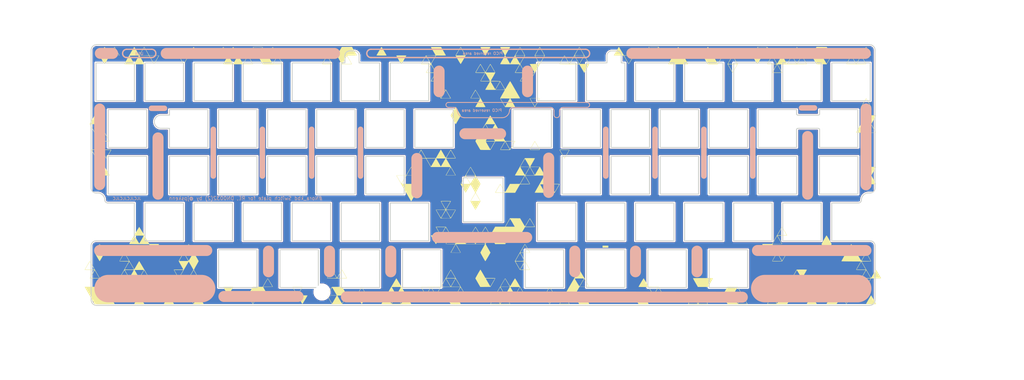
<source format=kicad_pcb>
(kicad_pcb (version 20211014) (generator pcbnew)
  (layers (0 "F.Cu" signal) (31 "B.Cu" signal) (34 "B.Paste" user) (35 "F.Paste" user) (36 "B.SilkS" user "B.Silkscreen") (37 "F.SilkS" user "F.Silkscreen") (38 "B.Mask" user) (39 "F.Mask" user) (44 "Edge.Cuts" user))
  (net 0 "")
  (footprint "locallib:Nora_mask_DN0031" (layer "F.Cu") (at 150.346553 63.599719)
    (fp_text reference "G***" hide)
    (fp_text value "LOGO" hide)
  )
  (footprint "locallib:Nora_silk_DN0031" (layer "F.Cu") (at 157.546553 63.599719)
    (fp_text reference "G***" hide)
    (fp_text value "LOGO" hide)
  )
  (footprint "MountingHole:MountingHole_5.3mm_M5" (layer "F.Cu") (at 98.971553 107.624719)
    (fp_text reference "REF**" hide)
    (fp_text value "MountingHole_5.3mm_M5")
    (pad "" np_thru_hole circle locked (at 0 0) (size 5.3 5.3) (drill 5.3) (layers *.Cu *.Mask))
  )
  (gr_line (start 260.146553 106.379719) (end 293.996553 106.379719) (layer "B.SilkS") (width 10))
  (gr_line (start 211.776553 20.759719) (end 296.776553 20.759719) (layer "B.SilkS") (width 4))
  (gr_line (start 141 87.75) (end 173.5 87.75) (layer "B.SilkS") (width 4))
  (gr_arc (start 146.949583 40.401749) (mid 147.906821 40.798251) (end 148.303323 41.755489) (layer "B.SilkS") (width 0.3))
  (gr_line (start 133.5 59) (end 133.5 71.5) (layer "B.SilkS") (width 4))
  (gr_line (start 145.000588 40.398251) (end 146.949583 40.401749) (layer "B.SilkS") (width 0.3))
  (gr_line (start 101.7 92.75) (end 101.7 100.25) (layer "B.SilkS") (width 4))
  (gr_line (start 173.8 27.2) (end 173.8 34.7) (layer "B.SilkS") (width 4))
  (gr_arc (start 194.9 19.259719) (mid 196.4 20.759719) (end 194.9 22.259719) (layer "B.SilkS") (width 0.5))
  (gr_line (start 181.5 58.86875) (end 181.5 71.36875) (layer "B.SilkS") (width 4))
  (gr_line (start 95.2 48.4) (end 95.2 65.4) (layer "B.SilkS") (width 2))
  (gr_line (start 235.5 92.75) (end 235.5 100.25) (layer "B.SilkS") (width 4))
  (gr_line (start 36.875 40.75) (end 41.625 40.75) (layer "B.SilkS") (width 2))
  (gr_arc (start 36.976553 19.259719) (mid 38.476553 20.759719) (end 36.976553 22.259719) (layer "B.SilkS") (width 0.5))
  (gr_line (start 195.499124 38.6) (end 145.1 38.595013) (layer "B.SilkS") (width 0.3))
  (gr_line (start 275.776553 51.009719) (end 275.776553 72.009719) (layer "B.SilkS") (width 4))
  (gr_line (start 151 50) (end 164 50) (layer "B.SilkS") (width 4))
  (gr_line (start 255.786724 48.4) (end 255.8 65.4) (layer "B.SilkS") (width 2))
  (gr_arc (start 185.44626 41.753731) (mid 185.842762 40.796493) (end 186.8 40.399991) (layer "B.SilkS") (width 0.3))
  (gr_line (start 21.096553 106.379719) (end 55.146553 106.379719) (layer "B.SilkS") (width 10))
  (gr_line (start 79.5 92.75) (end 79.5 100.25) (layer "B.SilkS") (width 4))
  (gr_line (start 18.026553 41.009719) (end 18.026553 68.509719) (layer "B.SilkS") (width 4))
  (gr_line (start 27.876553 22.259719) (end 36.976553 22.259719) (layer "B.SilkS") (width 0.5))
  (gr_line (start 213.1 92.75) (end 213.1 100.25) (layer "B.SilkS") (width 4))
  (gr_arc (start 116.776553 22.259719) (mid 115.276553 20.759719) (end 116.776553 19.259719) (layer "B.SilkS") (width 0.5))
  (gr_arc (start 185.449707 43.149415) (mid 184.45 44.15) (end 183.449707 43.15) (layer "B.SilkS") (width 0.3))
  (gr_line (start 238 48.4) (end 238 65.4) (layer "B.SilkS") (width 2))
  (gr_arc (start 182.087533 40.4) (mid 183.044771 40.796502) (end 183.441273 41.75374) (layer "B.SilkS") (width 0.3))
  (gr_line (start 273.525 40.6) (end 278.275 40.6) (layer "B.SilkS") (width 2))
  (gr_arc (start 145.000588 40.398251) (mid 144.107541 39.444659) (end 145.1 38.595013) (layer "B.SilkS") (width 0.3))
  (gr_line (start 168.555229 40.404927) (end 182.087533 40.4) (layer "B.SilkS") (width 0.3))
  (gr_line (start 90.25 109.25) (end 63.25 109.25) (layer "B.SilkS") (width 4))
  (gr_line (start 183.441273 41.75374) (end 183.449707 43.15) (layer "B.SilkS") (width 0.3))
  (gr_line (start 116.776553 19.259719) (end 194.9 19.259719) (layer "B.SilkS") (width 0.5))
  (gr_line (start 107.846553 109.379719) (end 252 109.5) (layer "B.SilkS") (width 4))
  (gr_line (start 59.4 48.4) (end 59.4 65.4) (layer "B.SilkS") (width 2))
  (gr_line (start 77.276553 48.4) (end 77.276553 65.4) (layer "B.SilkS") (width 2))
  (gr_line (start 116.776553 22.259719) (end 194.9 22.259719) (layer "B.SilkS") (width 0.5))
  (gr_line (start 18 92.5) (end 57.025 92.5) (layer "B.SilkS") (width 4))
  (gr_line (start 113 48.4) (end 113 65.4) (layer "B.SilkS") (width 2))
  (gr_line (start 185.449707 43.149415) (end 185.44626 41.753731) (layer "B.SilkS") (width 0.3))
  (gr_line (start 39.276553 51.509719) (end 39.276553 72.009719) (layer "B.SilkS") (width 4))
  (gr_line (start 186.8 40.399991) (end 195.450297 40.40001) (layer "B.SilkS") (width 0.3))
  (gr_line (start 42.25 20.759719) (end 103.526553 20.759719) (layer "B.SilkS") (width 4))
  (gr_line (start 257.5 92.5) (end 297 92.5) (layer "B.SilkS") (width 4))
  (gr_arc (start 27.876553 22.259719) (mid 26.376553 20.759719) (end 27.876553 19.259719) (layer "B.SilkS") (width 0.5))
  (gr_line (start 297.026553 41.009719) (end 297.026553 68.6) (layer "B.SilkS") (width 4))
  (gr_line (start 141.6 27.2) (end 141.6 34.7) (layer "B.SilkS") (width 4))
  (gr_line (start 191 92.75) (end 191 100.25) (layer "B.SilkS") (width 4))
  (gr_line (start 220.2 48.4) (end 220.2 65.4) (layer "B.SilkS") (width 2))
  (gr_arc (start 195.499124 38.6) (mid 196.4 39.525104) (end 195.450297 40.40001) (layer "B.SilkS") (width 0.3))
  (gr_line (start 124 92.75) (end 124 100.25) (layer "B.SilkS") (width 4))
  (gr_arc (start 167.201489 41.758667) (mid 167.597991 40.801429) (end 168.555229 40.404927) (layer "B.SilkS") (width 0.3))
  (gr_line (start 18.263277 20.75) (end 22.736724 20.75) (layer "B.SilkS") (width 4))
  (gr_arc (start 150.703042 44.158386) (mid 149.075418 43.384136) (end 148.303323 41.755489) (layer "B.SilkS") (width 0.3))
  (gr_line (start 202.276553 48.4) (end 202.276553 65.4) (layer "B.SilkS") (width 2))
  (gr_arc (start 167.201489 41.758667) (mid 166.315072 43.486914) (end 164.49252 44.158386) (layer "B.SilkS") (width 0.3))
  (gr_line (start 27.876553 19.259719) (end 36.976553 19.259719) (layer "B.SilkS") (width 0.5))
  (gr_line (start 150.703042 44.158386) (end 164.49252 44.158386) (layer "B.SilkS") (width 0.3))
  (gr_poly (pts (xy 203.146553 91.427219) (xy 201.146553 91.424719) (xy 201.146553 90.799719) (xy 203.146553 90.799719)) (layer "F.SilkS") (width 0.1) (fill solid))
  (gr_poly (pts (xy 253.92217 58.2) (xy 253.92217 71.999926) (xy 239.922216 71.999926) (xy 239.922216 58.2) (xy 253.92217 58.2)) (layer "Edge.Cuts") (width 0.352776) (fill none))
  (gr_poly (pts (xy 102.108152 75.200324) (xy 102.108152 89.000251) (xy 88.108197 89.000251) (xy 88.108197 75.200324) (xy 102.108152 75.200324)) (layer "Edge.Cuts") (width 0.352776) (fill none))
  (gr_poly (pts (xy 30.673301 24.199719) (xy 30.673301 37.999644) (xy 16.673349 37.999644) (xy 16.673349 24.199719) (xy 30.673301 24.199719)) (layer "Edge.Cuts") (width 0.352776) (fill none))
  (gr_poly (pts (xy 186.943944 92.204169) (xy 186.943944 106.003737) (xy 172.94399 106.003737) (xy 172.94399 92.204169) (xy 186.943944 92.204169)) (layer "Edge.Cuts") (width 0.352776) (fill none))
  (gr_poly (pts (xy 236.05718 41.200036) (xy 236.05718 54.99961) (xy 222.057225 54.99961) (xy 222.057225 41.200036) (xy 236.05718 41.200036)) (layer "Edge.Cuts") (width 0.352776) (fill none))
  (gr_poly (pts (xy 227.126622 24.199719) (xy 227.126622 37.999644) (xy 213.126683 37.999644) (xy 213.126683 24.199719) (xy 227.126622 24.199719)) (layer "Edge.Cuts") (width 0.352776) (fill none))
  (gr_poly (pts (xy 298.563939 24.199719) (xy 298.563939 37.999644) (xy 284.56397 37.999644) (xy 284.56397 24.199719) (xy 298.563939 24.199719)) (layer "Edge.Cuts") (width 0.352776) (fill none))
  (gr_poly (pts (xy 262.8467 24.199719) (xy 262.8467 37.999644) (xy 248.846761 37.999644) (xy 248.846761 24.199719) (xy 262.8467 24.199719)) (layer "Edge.Cuts") (width 0.352776) (fill none))
  (gr_poly (pts (xy 111.038701 58.2) (xy 111.038701 71.999926) (xy 97.038747 71.999926) (xy 97.038747 58.2) (xy 111.038701 58.2)) (layer "Edge.Cuts") (width 0.352776) (fill none))
  (gr_poly (pts (xy 209.267995 92.204169) (xy 209.267995 106.003737) (xy 195.268056 106.003737) (xy 195.268056 92.204169) (xy 209.267995 92.204169)) (layer "Edge.Cuts") (width 0.352776) (fill none))
  (gr_poly (pts (xy 75.321447 92.202399) (xy 75.321447 106.001975) (xy 61.321496 106.001975) (xy 61.321496 92.202399) (xy 75.321447 92.202399)) (layer "Edge.Cuts") (width 0.352776) (fill none))
  (gr_poly (pts (xy 35.141221 58.2) (xy 35.141221 71.999926) (xy 21.141269 71.999926) (xy 21.141269 58.2) (xy 35.141221 58.2)) (layer "Edge.Cuts") (width 0.352776) (fill none))
  (gr_poly (pts (xy 75.321447 58.2) (xy 75.321447 71.999926) (xy 61.321496 71.999926) (xy 61.321496 58.2) (xy 75.321447 58.2)) (layer "Edge.Cuts") (width 0.352776) (fill none))
  (gr_poly (pts (xy 137.828222 75.200324) (xy 137.828222 89.000251) (xy 123.828267 89.000251) (xy 123.828267 75.200324) (xy 137.828222 75.200324)) (layer "Edge.Cuts") (width 0.352776) (fill none))
  (gr_poly (pts (xy 191.409383 24.199719) (xy 191.409383 37.999644) (xy 177.409429 37.999644) (xy 177.409429 24.199719) (xy 191.409383 24.199719)) (layer "Edge.Cuts") (width 0.352776) (fill none))
  (gr_poly (pts (xy 102.110608 24.199719) (xy 102.110608 37.999644) (xy 88.110669 37.999644) (xy 88.110669 24.199719) (xy 102.110608 24.199719)) (layer "Edge.Cuts") (width 0.352776) (fill none))
  (gr_poly (pts (xy 218.196096 58.2) (xy 218.196096 71.999926) (xy 204.196126 71.999926) (xy 204.196126 58.2) (xy 218.196096 58.2)) (layer "Edge.Cuts") (width 0.352776) (fill none))
  (gr_poly (pts (xy 40.319633 48.038619) (xy 40.196199 48.035493) (xy 40.074376 48.026216) (xy 39.954315 48.010939) (xy 39.836167 47.989814) (xy 39.720084 47.962991) (xy 39.606217 47.930623) (xy 39.494718 47.892861) (xy 39.385737 47.849855) (xy 39.279427 47.801758) (xy 39.175938 47.748721) (xy 39.075421 47.690894) (xy 38.978029 47.62843) (xy 38.883913 47.56148) (xy 38.793223 47.490195) (xy 38.706112 47.414726) (xy 38.62273 47.335225) (xy 38.543229 47.251843) (xy 38.46776 47.164732) (xy 38.396475 47.074042) (xy 38.329525 46.979925) (xy 38.267061 46.882533) (xy 38.209235 46.782017) (xy 38.156197 46.678528) (xy 38.1081 46.572218) (xy 38.065095 46.463237) (xy 38.027333 46.351738) (xy 37.994965 46.237871) (xy 37.968143 46.121788) (xy 37.947017 46.003641) (xy 37.931741 45.88358) (xy 37.922464 45.761757) (xy 37.919338 45.638324) (xy 37.922464 45.514922) (xy 37.931741 45.393129) (xy 37.947017 45.273097) (xy 37.968143 45.154975) (xy 37.994965 45.038917) (xy 38.027333 44.925073) (xy 38.065095 44.813595) (xy 38.1081 44.704634) (xy 38.156197 44.598341) (xy 38.209235 44.494869) (xy 38.267061 44.394368) (xy 38.329525 44.296989) (xy 38.396475 44.202885) (xy 38.46776 44.112207) (xy 38.543229 44.025105) (xy 38.62273 43.941732) (xy 38.706112 43.862239) (xy 38.793223 43.786777) (xy 38.883913 43.715498) (xy 38.978029 43.648552) (xy 39.075421 43.586093) (xy 39.175938 43.52827) (xy 39.279427 43.475236) (xy 39.385737 43.427141) (xy 39.494718 43.384137) (xy 39.606217 43.346376) (xy 39.720084 43.314009) (xy 39.836167 43.287188) (xy 39.954315 43.266063) (xy 40.074376 43.250786) (xy 40.196199 43.241509) (xy 40.319633 43.238383) (xy 43.431123 43.238383) (xy 43.431123 41.200036) (xy 57.443067 41.200036) (xy 57.443067 54.99961) (xy 43.431123 54.99961) (xy 43.431123 48.038619) (xy 40.319633 48.038619)) (layer "Edge.Cuts") (width 0.352776) (fill none))
  (gr_poly (pts (xy 294.08933 58.2) (xy 294.08933 71.999926) (xy 280.089391 71.999926) (xy 280.089391 58.2) (xy 294.08933 58.2)) (layer "Edge.Cuts") (width 0.352776) (fill none))
  (gr_poly (pts (xy 97.642698 92.202399) (xy 97.642698 106.001975) (xy 83.642751 106.001975) (xy 83.642751 92.202399) (xy 97.642698 92.202399)) (layer "Edge.Cuts") (width 0.352776) (fill none))
  (gr_poly (pts (xy 142.298604 92.204169) (xy 142.298604 106.003737) (xy 128.298658 106.003737) (xy 128.298658 92.204169) (xy 142.298604 92.204169)) (layer "Edge.Cuts") (width 0.352776) (fill none))
  (gr_poly (pts (xy 75.321447 41.200036) (xy 75.321447 54.99961) (xy 61.321496 54.99961) (xy 61.321496 41.200036) (xy 75.321447 41.200036)) (layer "Edge.Cuts") (width 0.352776) (fill none))
  (gr_poly (pts (xy 84.251996 24.199719) (xy 84.251996 37.999644) (xy 70.252046 37.999644) (xy 70.252046 24.199719) (xy 84.251996 24.199719)) (layer "Edge.Cuts") (width 0.352776) (fill none))
  (gr_poly (pts (xy 227.124166 75.200324) (xy 227.124166 89.000251) (xy 213.124227 89.000251) (xy 213.124227 75.200324) (xy 227.124166 75.200324)) (layer "Edge.Cuts") (width 0.352776) (fill none))
  (gr_poly (pts (xy 280.705327 24.199719) (xy 280.705327 37.999644) (xy 266.705358 37.999644) (xy 266.705358 24.199719) (xy 280.705327 24.199719)) (layer "Edge.Cuts") (width 0.352776) (fill none))
  (gr_poly (pts (xy 93.180066 41.200036) (xy 93.180066 54.99961) (xy 79.180127 54.99961) (xy 79.180127 41.200036) (xy 93.180066 41.200036)) (layer "Edge.Cuts") (width 0.352776) (fill none))
  (gr_poly (pts (xy 93.180066 58.2) (xy 93.180066 71.999926) (xy 79.180127 71.999926) (xy 79.180127 58.2) (xy 93.180066 58.2)) (layer "Edge.Cuts") (width 0.352776) (fill none))
  (gr_poly (pts (xy 262.851629 75.200324) (xy 262.851629 89.000251) (xy 248.851674 89.000251) (xy 248.851674 75.200324) (xy 262.851629 75.200324)) (layer "Edge.Cuts") (width 0.352776) (fill none))
  (gr_poly (pts (xy 48.534745 24.199719) (xy 48.534745 37.999644) (xy 34.534795 37.999644) (xy 34.534795 24.199719) (xy 48.534745 24.199719)) (layer "Edge.Cuts") (width 0.352776) (fill none))
  (gr_poly (pts (xy 84.249524 75.200324) (xy 84.249524 89.000251) (xy 70.249574 89.000251) (xy 70.249574 75.200324) (xy 84.249524 75.200324)) (layer "Edge.Cuts") (width 0.352776) (fill none))
  (gr_poly (pts (xy 271.781133 58.2) (xy 271.781133 71.999926) (xy 257.781179 71.999926) (xy 257.781179 58.2) (xy 271.781133 58.2)) (layer "Edge.Cuts") (width 0.352776) (fill none))
  (gr_poly (pts (xy 20.977226 75.200324) (xy 20.92138 75.198912) (xy 20.866267 75.194722) (xy 20.811956 75.187822) (xy 20.758515 75.17828) (xy 20.706013 75.166164) (xy 20.654516 75.151543) (xy 20.604094 75.134484) (xy 20.554815 75.115056) (xy 20.506746 75.093327) (xy 20.459957 75.069365) (xy 20.414514 75.043238) (xy 20.370487 75.015014) (xy 20.327943 74.984762) (xy 20.286951 74.952549) (xy 20.247578 74.918444) (xy 20.209893 74.882515) (xy 20.173964 74.84483) (xy 20.139859 74.805457) (xy 20.107646 74.764465) (xy 20.077394 74.721921) (xy 20.04917 74.677893) (xy 20.023043 74.632451) (xy 19.999081 74.585661) (xy 19.977352 74.537592) (xy 19.957924 74.488313) (xy 19.940865 74.437891) (xy 19.926244 74.386394) (xy 19.914128 74.333892) (xy 19.904586 74.280451) (xy 19.897686 74.22614) (xy 19.893496 74.171027) (xy 19.892084 74.11518) (xy 19.892084 74.11447) (xy 19.888928 73.987242) (xy 19.879517 73.860885) (xy 19.863937 73.735609) (xy 19.842277 73.611627) (xy 19.814622 73.489147) (xy 19.781059 73.36838) (xy 19.741676 73.249536) (xy 19.696558 73.132826) (xy 19.645793 73.01846) (xy 19.589468 72.906649) (xy 19.52767 72.797602) (xy 19.460485 72.69153) (xy 19.387999 72.588644) (xy 19.310301 72.489153) (xy 19.227477 72.393268) (xy 19.139612 72.3012) (xy 19.04735 72.213537) (xy 18.95128 72.130923) (xy 18.851614 72.053442) (xy 18.748565 71.98118) (xy 18.642342 71.914226) (xy 18.533158 71.852663) (xy 18.421223 71.79658) (xy 18.30675 71.746061) (xy 18.189949 71.701194) (xy 18.071032 71.662064) (xy 17.950211 71.628759) (xy 17.827696 71.601363) (xy 17.703698 71.579964) (xy 17.57843 71.564647) (xy 17.452103 71.5555) (xy 17.324928 71.552607) (xy 16.698044 71.553664) (xy 16.610512 71.551686) (xy 16.523563 71.545395) (xy 16.437343 71.53485) (xy 16.351997 71.520113) (xy 16.26767 71.501244) (xy 16.184507 71.478304) (xy 16.102654 71.451352) (xy 16.022255 71.42045) (xy 15.943456 71.385657) (xy 15.866403 71.347035) (xy 15.79124 71.304643) (xy 15.718112 71.258542) (xy 15.647165 71.208793) (xy 15.578544 71.155456) (xy 15.512394 71.098592) (xy 15.44886 71.03826) (xy 15.388396 70.974854) (xy 15.331399 70.908823) (xy 15.277928 70.840311) (xy 15.228044 70.769464) (xy 15.181806 70.696426) (xy 15.139274 70.621342) (xy 15.100508 70.544356) (xy 15.065568 70.465613) (xy 15.034515 70.385258) (xy 15.007407 70.303435) (xy 14.984306 70.220289) (xy 14.96527 70.135966) (xy 14.95036 70.050609) (xy 14.939636 69.964362) (xy 14.933157 69.877372) (xy 14.930984 69.789782) (xy 14.932042 19.575167) (xy 14.93804 19.418181) (xy 14.956031 19.261901) (xy 14.987075 19.108091) (xy 15.029056 18.956043) (xy 15.084089 18.808935) (xy 15.149 18.667119) (xy 15.225905 18.529889) (xy 15.313041 18.399009) (xy 15.411113 18.275889) (xy 15.516947 18.160179) (xy 15.633009 18.053993) (xy 15.756129 17.955921) (xy 15.887009 17.869138) (xy 16.023887 17.79188) (xy 16.166056 17.726969) (xy 16.313164 17.671935) (xy 16.464858 17.629955) (xy 16.619021 17.598911) (xy 16.774949 17.580919) (xy 16.931934 17.573863) (xy 298.306432 17.574921) (xy 298.462346 17.580919) (xy 298.618291 17.598911) (xy 298.772435 17.629955) (xy 298.925206 17.671935) (xy 299.071264 17.726969) (xy 299.213414 17.79188) (xy 299.350286 17.869138) (xy 299.481176 17.955921) (xy 299.604284 18.053993) (xy 299.720372 18.160179) (xy 299.826177 18.275889) (xy 299.925328 18.399009) (xy 300.011388 18.529889) (xy 300.088292 18.667119) (xy 300.153203 18.808935) (xy 300.208257 18.956043) (xy 300.250249 19.108091) (xy 300.281286 19.261901) (xy 300.300328 19.418181) (xy 300.30631 19.575167) (xy 300.30631 69.789428) (xy 300.304141 69.876952) (xy 300.297675 69.963878) (xy 300.286969 70.05006) (xy 300.272085 70.135355) (xy 300.253082 70.219619) (xy 300.230018 70.302706) (xy 300.202954 70.384474) (xy 300.171949 70.464778) (xy 300.137062 70.543473) (xy 300.098352 70.620416) (xy 300.05588 70.695463) (xy 300.009705 70.768468) (xy 299.959886 70.839289) (xy 299.906482 70.907781) (xy 299.849553 70.973799) (xy 299.789159 71.0372) (xy 299.725749 71.097532) (xy 299.659715 71.154397) (xy 299.591203 71.207737) (xy 299.520358 71.257493) (xy 299.447324 71.303604) (xy 299.372248 71.346012) (xy 299.295273 71.384656) (xy 299.216546 71.419478) (xy 299.136212 71.450418) (xy 299.054415 71.477417) (xy 298.9713 71.500416) (xy 298.887014 71.519354) (xy 298.801701 71.534172) (xy 298.715506 71.544812) (xy 298.628574 71.551213) (xy 298.541051 71.553317) (xy 297.910253 71.552607) (xy 297.783087 71.55576) (xy 297.656784 71.565158) (xy 297.531554 71.580715) (xy 297.407606 71.602343) (xy 297.285151 71.629956) (xy 297.164398 71.663465) (xy 297.045557 71.702784) (xy 296.928838 71.747825) (xy 296.814451 71.7985) (xy 296.702605 71.854723) (xy 296.593511 71.916406) (xy 296.487377 71.983462) (xy 296.384415 72.055804) (xy 296.284834 72.133344) (xy 296.188844 72.215994) (xy 296.096654 72.303668) (xy 296.008975 72.395861) (xy 295.926319 72.491854) (xy 295.848775 72.591438) (xy 295.77643 72.694403) (xy 295.70937 72.800538) (xy 295.647684 72.909634) (xy 295.591458 73.021482) (xy 295.54078 73.135871) (xy 295.495738 73.252591) (xy 295.456417 73.371433) (xy 295.422907 73.492187) (xy 295.395293 73.614644) (xy 295.373664 73.738592) (xy 295.358106 73.863823) (xy 295.348708 73.990127) (xy 295.345556 74.117293) (xy 295.345556 74.121882) (xy 295.34423 74.175371) (xy 295.340279 74.228491) (xy 295.333738 74.281155) (xy 295.324643 74.333277) (xy 295.313031 74.384768) (xy 295.298937 74.435542) (xy 295.282397 74.48551) (xy 295.263448 74.534586) (xy 295.242126 74.582683) (xy 295.218467 74.629712) (xy 295.192506 74.675586) (xy 295.164281 74.720219) (xy 295.133827 74.763523) (xy 295.101181 74.80541) (xy 295.066378 74.845793) (xy 295.029454 74.884585) (xy 294.990728 74.921442) (xy 294.950403 74.956188) (xy 294.908566 74.988784) (xy 294.865305 75.019196) (xy 294.820709 75.047386) (xy 294.774865 75.073317) (xy 294.72786 75.096952) (xy 294.679784 75.118256) (xy 294.630724 75.137191) (xy 294.580767 75.15372) (xy 294.530002 75.167807) (xy 294.478516 75.179415) (xy 294.426397 75.188508) (xy 294.373734 75.195048) (xy 294.320614 75.198999) (xy 294.267125 75.200324) (xy 284.542485 75.200324) (xy 284.542485 89.000251) (xy 298.542424 89.000251) (xy 298.62989 89.002415) (xy 298.716763 89.00887) (xy 298.802899 89.019556) (xy 298.888154 89.034414) (xy 298.972383 89.053386) (xy 299.055441 89.076412) (xy 299.137185 89.103433) (xy 299.217469 89.134392) (xy 299.29615 89.169228) (xy 299.373082 89.207883) (xy 299.44812 89.250298) (xy 299.521122 89.296415) (xy 299.591941 89.346174) (xy 299.660434 89.399516) (xy 299.726455 89.456383) (xy 299.789861 89.516715) (xy 299.850132 89.580116) (xy 299.906952 89.646134) (xy 299.960262 89.714623) (xy 300.010001 89.785441) (xy 300.056108 89.858441) (xy 300.098524 89.93348) (xy 300.137187 90.010412) (xy 300.172036 90.089093) (xy 300.203013 90.169378) (xy 300.230055 90.251123) (xy 300.253103 90.334182) (xy 300.272096 90.418411) (xy 300.286974 90.503666) (xy 300.297676 90.589802) (xy 300.304141 90.676673) (xy 300.30631 90.764136) (xy 300.30631 110.501639) (xy 300.300328 110.656859) (xy 300.281286 110.812796) (xy 300.250249 110.966956) (xy 300.208257 111.118659) (xy 300.153203 111.266814) (xy 300.088292 111.40792) (xy 300.011388 111.544799) (xy 299.925328 111.675689) (xy 299.826177 111.799872) (xy 299.720372 111.915923) (xy 299.604284 112.020697) (xy 299.481176 112.118773) (xy 299.350286 112.205909) (xy 299.213414 112.282813) (xy 299.071264 112.347724) (xy 298.925206 112.403815) (xy 298.772435 112.4458) (xy 298.618291 112.475783) (xy 298.462346 112.493773) (xy 298.306432 112.49977) (xy 16.931934 112.501891) (xy 16.774949 112.493773) (xy 16.619021 112.475783) (xy 16.464858 112.4458) (xy 16.313164 112.403815) (xy 16.166056 112.347724) (xy 16.023887 112.282813) (xy 15.887009 112.205909) (xy 15.756129 112.118773) (xy 15.633009 112.020697) (xy 15.516947 111.915923) (xy 15.411113 111.799872) (xy 15.313041 111.675689) (xy 15.225905 111.544799) (xy 15.149 111.40792) (xy 15.084089 111.266814) (xy 15.029056 111.118659) (xy 14.987075 110.966956) (xy 14.956031 110.812796) (xy 14.93804 110.656859) (xy 14.930984 110.501639) (xy 14.930984 90.764136) (xy 14.933153 90.676673) (xy 14.939619 90.589802) (xy 14.950322 90.503666) (xy 14.965203 90.418411) (xy 14.984202 90.334182) (xy 15.007258 90.251123) (xy 15.034312 90.169378) (xy 15.065304 90.089093) (xy 15.100173 90.010412) (xy 15.13886 89.93348) (xy 15.181305 89.858441) (xy 15.227449 89.785441) (xy 15.27723 89.714623) (xy 15.330589 89.646134) (xy 15.387466 89.580116) (xy 15.447802 89.516715) (xy 15.511141 89.456383) (xy 15.577105 89.399516) (xy 15.645548 89.346174) (xy 15.716326 89.296415) (xy 15.789292 89.250298) (xy 15.864303 89.207883) (xy 15.941211 89.169228) (xy 16.019874 89.134392) (xy 16.100144 89.103433) (xy 16.181878 89.076412) (xy 16.264929 89.053386) (xy 16.349152 89.034414) (xy 16.434403 89.019556) (xy 16.520536 89.00887) (xy 16.607407 89.002415) (xy 16.694868 89.000251) (xy 30.642961 89.000251) (xy 30.642961 75.200324) (xy 20.977226 75.200324)) (layer "Edge.Cuts") (width 0.352776) (fill none))
  (gr_poly (pts (xy 280.710271 75.200324) (xy 280.710271 89.000251) (xy 266.710332 89.000251) (xy 266.710332 75.200324) (xy 280.710271 75.200324)) (layer "Edge.Cuts") (width 0.352776) (fill none))
  (gr_poly (pts (xy 35.141221 41.200036) (xy 35.141221 54.99961) (xy 21.141269 54.99961) (xy 21.141269 41.200036) (xy 35.141221 41.200036)) (layer "Edge.Cuts") (width 0.352776) (fill none))
  (gr_poly (pts (xy 253.92217 41.200036) (xy 253.92217 54.99961) (xy 239.922216 54.99961) (xy 239.922216 41.200036) (xy 253.92217 41.200036)) (layer "Edge.Cuts") (width 0.352776) (fill none))
  (gr_poly (pts (xy 271.730321 42.920884) (xy 271.730824 42.928777) (xy 271.732297 42.936647) (xy 271.734687 42.944489) (xy 271.737941 42.952301) (xy 271.742006 42.960079) (xy 271.746829 42.967819) (xy 271.752357 42.975519) (xy 271.758538 42.983176) (xy 271.765317 42.990785) (xy 271.772642 42.998345) (xy 271.788717 43.013299) (xy 271.80634 43.028012) (xy 271.825086 43.042458) (xy 271.844531 43.056611) (xy 271.86425 43.070444) (xy 271.902815 43.097045) (xy 271.920813 43.10976) (xy 271.937388 43.122049) (xy 271.952116 43.133887) (xy 271.964574 43.145247) (xy 271.975999 43.156119) (xy 271.987893 43.166367) (xy 272.000231 43.175982) (xy 272.012987 43.184953) (xy 272.026136 43.193268) (xy 272.039651 43.200917) (xy 272.053507 43.207889) (xy 272.067678 43.214173) (xy 272.082137 43.219759) (xy 272.09686 43.224635) (xy 272.11182 43.228791) (xy 272.126992 43.232215) (xy 272.142349 43.234897) (xy 272.157865 43.236827) (xy 272.173516 43.237992) (xy 272.189275 43.238383) (xy 279.671697 43.238383) (xy 279.687402 43.237992) (xy 279.703004 43.236827) (xy 279.718479 43.234897) (xy 279.733799 43.232215) (xy 279.748939 43.228791) (xy 279.763872 43.224635) (xy 279.778571 43.219759) (xy 279.793012 43.214173) (xy 279.807167 43.207889) (xy 279.821011 43.200917) (xy 279.834517 43.193268) (xy 279.847658 43.184953) (xy 279.86041 43.175982) (xy 279.872745 43.166367) (xy 279.884638 43.156119) (xy 279.896062 43.145247) (xy 279.908514 43.133887) (xy 279.923238 43.122049) (xy 279.939809 43.10976) (xy 279.957803 43.097045) (xy 279.996363 43.070444) (xy 280.035524 43.042458) (xy 280.054268 43.028012) (xy 280.07189 43.013299) (xy 280.087965 42.998345) (xy 280.102069 42.983176) (xy 280.108249 42.975519) (xy 280.113777 42.967819) (xy 280.1186 42.960079) (xy 280.122665 42.952301) (xy 280.125919 42.944489) (xy 280.128309 42.936647) (xy 280.129782 42.928777) (xy 280.130285 42.920884) (xy 280.130285 41.200036) (xy 294.042424 41.200036) (xy 294.042424 54.99961) (xy 280.130285 54.99961) (xy 280.130285 48.370227) (xy 280.129778 48.362002) (xy 280.128293 48.353799) (xy 280.125882 48.345621) (xy 280.1226 48.337473) (xy 280.118498 48.329358) (xy 280.113631 48.321279) (xy 280.108051 48.31324) (xy 280.101811 48.305245) (xy 280.094964 48.297296) (xy 280.087564 48.289399) (xy 280.071316 48.273769) (xy 280.05349 48.258384) (xy 280.034513 48.243273) (xy 280.014808 48.228463) (xy 279.9948 48.213983) (xy 279.955576 48.186128) (xy 279.937209 48.17281) (xy 279.920239 48.159935) (xy 279.90509 48.147532) (xy 279.892186 48.13563) (xy 279.880222 48.124309) (xy 279.867773 48.113635) (xy 279.854866 48.103621) (xy 279.841528 48.094277) (xy 279.827786 48.085616) (xy 279.813665 48.077649) (xy 279.799194 48.070386) (xy 279.784398 48.06384) (xy 279.769305 48.058022) (xy 279.753941 48.052942) (xy 279.738333 48.048613) (xy 279.722508 48.045045) (xy 279.706492 48.042251) (xy 279.690312 48.040241) (xy 279.673995 48.039026) (xy 279.657567 48.038619) (xy 272.203405 48.038619) (xy 272.186918 48.039026) (xy 272.170549 48.040241) (xy 272.154324 48.042251) (xy 272.138272 48.045045) (xy 272.122417 48.048613) (xy 272.106788 48.052942) (xy 272.091412 48.058022) (xy 272.076314 48.06384) (xy 272.061523 48.070386) (xy 272.047065 48.077649) (xy 272.032966 48.085616) (xy 272.019255 48.094277) (xy 272.005957 48.103621) (xy 271.9931 48.113635) (xy 271.980711 48.124309) (xy 271.968816 48.13563) (xy 271.955848 48.147532) (xy 271.940641 48.159935) (xy 271.90521 48.186128) (xy 271.865916 48.213983) (xy 271.826154 48.243273) (xy 271.807159 48.258384) (xy 271.789319 48.273769) (xy 271.77306 48.289399) (xy 271.758806 48.305245) (xy 271.752563 48.31324) (xy 271.74698 48.321279) (xy 271.742111 48.329358) (xy 271.738008 48.337473) (xy 271.734725 48.345621) (xy 271.732314 48.353799) (xy 271.730828 48.362002) (xy 271.730321 48.370227) (xy 271.730321 54.99961) (xy 257.742376 54.99961) (xy 257.742376 41.200036) (xy 271.730321 41.200036) (xy 271.730321 42.920884)) (layer "Edge.Cuts") (width 0.352776) (fill none))
  (gr_poly (pts (xy 200.337453 41.200036) (xy 200.337453 54.99961) (xy 186.337529 54.99961) (xy 186.337529 41.200036) (xy 200.337453 41.200036)) (layer "Edge.Cuts") (width 0.352776) (fill none))
  (gr_poly (pts (xy 48.526986 75.200324) (xy 48.526986 89.000251) (xy 34.527034 89.000251) (xy 34.527034 75.200324) (xy 48.526986 75.200324)) (layer "Edge.Cuts") (width 0.352776) (fill none))
  (gr_poly (pts (xy 137.830693 24.199719) (xy 137.830693 37.999644) (xy 123.830732 37.999644) (xy 123.830732 24.199719) (xy 137.830693 24.199719)) (layer "Edge.Cuts") (width 0.352776) (fill none))
  (gr_poly (pts (xy 209.265554 75.200324) (xy 209.265554 89.000251) (xy 195.265599 89.000251) (xy 195.265599 75.200324) (xy 209.265554 75.200324)) (layer "Edge.Cuts") (width 0.352776) (fill none))
  (gr_poly (pts (xy 244.987722 24.199719) (xy 244.987722 37.999644) (xy 230.985311 37.999644) (xy 230.985311 24.199719) (xy 244.987722 24.199719)) (layer "Edge.Cuts") (width 0.352776) (fill none))
  (gr_poly (pts (xy 231.597036 92.205932) (xy 231.597036 106.0055) (xy 217.597066 106.0055) (xy 217.597066 92.205932) (xy 231.597036 92.205932)) (layer "Edge.Cuts") (width 0.352776) (fill none))
  (gr_poly (pts (xy 119.942785 24.199719) (xy 119.942785 37.999644) (xy 105.94283 37.999644) (xy 105.94283 24.199719) (xy 107.305967 24.199719) (xy 107.305967 21.589876) (xy 107.308328 21.49912) (xy 107.315335 21.409554) (xy 107.326876 21.321288) (xy 107.342834 21.234434) (xy 107.363098 21.149103) (xy 107.387552 21.065406) (xy 107.416082 20.983453) (xy 107.448576 20.903355) (xy 107.484918 20.825224) (xy 107.524995 20.74917) (xy 107.568694 20.675304) (xy 107.615899 20.603737) (xy 107.666497 20.53458) (xy 107.720375 20.467943) (xy 107.777417 20.403939) (xy 107.837511 20.342677) (xy 107.900543 20.284269) (xy 107.966397 20.228825) (xy 108.034961 20.176457) (xy 108.106121 20.127274) (xy 108.179762 20.08139) (xy 108.25577 20.038913) (xy 108.334033 19.999955) (xy 108.414435 19.964627) (xy 108.496862 19.93304) (xy 108.581202 19.905305) (xy 108.667339 19.881532) (xy 108.755161 19.861833) (xy 108.844552 19.846319) (xy 108.9354 19.8351) (xy 109.027589 19.828287) (xy 109.121007 19.825992) (xy 110.673215 19.825992) (xy 110.766601 19.828287) (xy 110.858764 19.8351) (xy 110.949587 19.846319) (xy 111.038959 19.861833) (xy 111.126764 19.881532) (xy 111.212888 19.905305) (xy 111.297217 19.93304) (xy 111.379638 19.964627) (xy 111.460035 19.999955) (xy 111.538295 20.038913) (xy 111.614304 20.08139) (xy 111.687947 20.127274) (xy 111.75911 20.176457) (xy 111.827679 20.228825) (xy 111.893541 20.284269) (xy 111.95658 20.342677) (xy 112.016684 20.403939) (xy 112.073736 20.467943) (xy 112.127625 20.53458) (xy 112.178234 20.603737) (xy 112.225451 20.675304) (xy 112.269161 20.74917) (xy 112.309249 20.825224) (xy 112.345603 20.903355) (xy 112.378106 20.983453) (xy 112.406647 21.065406) (xy 112.43111 21.149103) (xy 112.451381 21.234434) (xy 112.467346 21.321288) (xy 112.47889 21.409554) (xy 112.485901 21.49912) (xy 112.488263 21.589876) (xy 112.488263 24.199719) (xy 119.942785 24.199719)) (layer "Edge.Cuts") (width 0.352776) (fill none))
  (gr_poly (pts (xy 244.982793 75.200324) (xy 244.982793 89.000251) (xy 230.980352 89.000251) (xy 230.980352 75.200324) (xy 244.982793 75.200324)) (layer "Edge.Cuts") (width 0.352776) (fill none))
  (gr_poly (pts (xy 66.393369 24.199719) (xy 66.393369 37.999644) (xy 52.393422 37.999644) (xy 52.393422 24.199719) (xy 66.393369 24.199719)) (layer "Edge.Cuts") (width 0.352776) (fill none))
  (gr_poly (pts (xy 128.900151 58.2) (xy 128.900151 71.999926) (xy 114.900197 71.999926) (xy 114.900197 58.2) (xy 128.900151 58.2)) (layer "Edge.Cuts") (width 0.352776) (fill none))
  (gr_poly (pts (xy 182.47849 41.200036) (xy 182.47849 54.99961) (xy 168.476064 54.99961) (xy 168.476064 41.200036) (xy 182.47849 41.200036)) (layer "Edge.Cuts") (width 0.352776) (fill none))
  (gr_poly (pts (xy 200.337453 58.2) (xy 200.337453 71.999926) (xy 186.337529 71.999926) (xy 186.337529 58.2) (xy 200.337453 58.2)) (layer "Edge.Cuts") (width 0.352776) (fill none))
  (gr_poly (pts (xy 128.900151 41.200036) (xy 128.900151 54.99961) (xy 114.900197 54.99961) (xy 114.900197 41.200036) (xy 128.900151 41.200036)) (layer "Edge.Cuts") (width 0.352776) (fill none))
  (gr_poly (pts (xy 253.913335 92.204169) (xy 253.913335 106.003737) (xy 239.913381 106.003737) (xy 239.913381 92.204169) (xy 253.913335 92.204169)) (layer "Edge.Cuts") (width 0.352776) (fill none))
  (gr_poly (pts (xy 119.964299 92.202399) (xy 119.964299 106.001975) (xy 105.96436 106.001975) (xy 105.96436 92.202399) (xy 119.964299 92.202399)) (layer "Edge.Cuts") (width 0.352776) (fill none))
  (gr_poly (pts (xy 119.966779 75.200324) (xy 119.966779 89.000251) (xy 105.966817 89.000251) (xy 105.966817 75.200324) (xy 119.966779 75.200324)) (layer "Edge.Cuts") (width 0.352776) (fill none))
  (gr_poly (pts (xy 66.390897 75.200324) (xy 66.390897 89.000251) (xy 52.39095 89.000251) (xy 52.39095 75.200324) (xy 66.390897 75.200324)) (layer "Edge.Cuts") (width 0.352776) (fill none))
  (gr_poly (pts (xy 164.893621 82.111922) (xy 164.893621 66.011889) (xy 150.393789 66.011889) (xy 150.393789 82.111922) (xy 164.893621 82.111922)) (layer "Edge.Cuts") (width 0.352776) (fill none))
  (gr_poly (pts (xy 236.05718 58.2) (xy 236.05718 71.999926) (xy 222.057225 71.999926) (xy 222.057225 58.2) (xy 236.05718 58.2)) (layer "Edge.Cuts") (width 0.352776) (fill none))
  (gr_poly (pts (xy 111.038701 41.200036) (xy 111.038701 54.99961) (xy 97.038747 54.99961) (xy 97.038747 41.200036) (xy 111.038701 41.200036)) (layer "Edge.Cuts") (width 0.352776) (fill none))
  (gr_poly (pts (xy 57.462823 58.2) (xy 57.462823 71.999926) (xy 43.462873 71.999926) (xy 43.462873 58.2) (xy 57.462823 58.2)) (layer "Edge.Cuts") (width 0.352776) (fill none))
  (gr_poly (pts (xy 218.196096 41.200036) (xy 218.196096 54.99961) (xy 204.196126 54.99961) (xy 204.196126 41.200036) (xy 218.196096 41.200036)) (layer "Edge.Cuts") (width 0.352776) (fill none))
  (gr_poly (pts (xy 209.24262 24.199719) (xy 209.24262 37.999644) (xy 195.242666 37.999644) (xy 195.242666 24.199719) (xy 202.708135 24.199719) (xy 202.708135 21.589876) (xy 202.710365 21.502414) (xy 202.717015 21.415544) (xy 202.728023 21.329411) (xy 202.743328 21.24416) (xy 202.762868 21.159936) (xy 202.786581 21.076885) (xy 202.814407 20.995151) (xy 202.846284 20.914881) (xy 202.88215 20.836219) (xy 202.921944 20.75931) (xy 202.965605 20.684299) (xy 203.01307 20.611333) (xy 203.064279 20.540556) (xy 203.119169 20.472112) (xy 203.177681 20.406149) (xy 203.239751 20.34281) (xy 203.304981 20.282474) (xy 203.372905 20.225596) (xy 203.443375 20.172237) (xy 203.516241 20.122456) (xy 203.591353 20.076313) (xy 203.668563 20.033868) (xy 203.747721 19.99518) (xy 203.828677 19.960311) (xy 203.911283 19.929319) (xy 203.995389 19.902266) (xy 204.080844 19.879209) (xy 204.167501 19.860211) (xy 204.25521 19.84533) (xy 204.343821 19.834626) (xy 204.433185 19.82816) (xy 204.523153 19.825992) (xy 206.111715 19.825992) (xy 206.201749 19.82816) (xy 206.291171 19.834626) (xy 206.379831 19.84533) (xy 206.467582 19.860211) (xy 206.554274 19.879209) (xy 206.639758 19.902266) (xy 206.723887 19.929319) (xy 206.80651 19.960311) (xy 206.88748 19.99518) (xy 206.966648 20.033868) (xy 207.043865 20.076313) (xy 207.118983 20.122456) (xy 207.191852 20.172237) (xy 207.262324 20.225596) (xy 207.33025 20.282474) (xy 207.395482 20.34281) (xy 207.457493 20.406149) (xy 207.51596 20.472112) (xy 207.57082 20.540556) (xy 207.622011 20.611333) (xy 207.66947 20.684299) (xy 207.713133 20.75931) (xy 207.752937 20.836219) (xy 207.78882 20.914881) (xy 207.820717 20.995151) (xy 207.848566 21.076885) (xy 207.872304 21.159936) (xy 207.891867 21.24416) (xy 207.907193 21.329411) (xy 207.918218 21.415544) (xy 207.924879 21.502414) (xy 207.927114 21.589876) (xy 207.927114 24.199719) (xy 209.24262 24.199719)) (layer "Edge.Cuts") (width 0.352776) (fill none))
  (gr_poly (pts (xy 146.758779 41.200036) (xy 146.758779 54.99961) (xy 132.758817 54.99961) (xy 132.758817 41.200036) (xy 146.758779 41.200036)) (layer "Edge.Cuts") (width 0.352776) (fill none))
  (gr_poly (pts (xy 191.40656 75.200324) (xy 191.40656 89.000251) (xy 177.404134 89.000251) (xy 177.404134 75.200324) (xy 191.40656 75.200324)) (layer "Edge.Cuts") (width 0.352776) (fill none))
  (gr_text "PICO reserved area" (at 164.543158 41.486655) (layer "B.SilkS") (effects (font (size 1 1)) (justify left mirror)))
  (gr_text "USB" (at 32.426553 20.859719) (layer "B.SilkS") (effects (font (size 1 1)) (justify mirror)))
  (gr_text "JLCJLCJLCJLC" (at 27.946553 73.599719) (layer "B.SilkS") (effects (font (size 1 1)) (justify mirror)))
  (gr_text "#Nora_kbd Switch plate for RE, DN0032(2) by @jpskenn" (at 99.2 73.5) (layer "B.SilkS") (effects (font (size 1.3 1.3)) (justify left mirror)))
  (gr_text "PICO reserved area" (at 157.526553 20.759719) (layer "B.SilkS") (effects (font (size 1 1)) (justify mirror)))
  (zone (net 0) (net_name "") (layer "F.Cu") (connect_pads (clearance 0.508)) (min_thickness 0.254) (fill yes (thermal_gap 0.508) (thermal_bridge_width 0.508))
    (polygon (pts (xy 351.569582 5.514129) (xy 354.54 136.72) (xy -14.91 138.37) (xy -17.480418 1.314129)))
  )
  (zone (net 0) (net_name "") (layer "B.Cu") (connect_pads (clearance 0.508)) (min_thickness 0.254) (fill yes (thermal_gap 0.508) (thermal_bridge_width 0.508))
    (polygon (pts (xy 350.470133 6.727203) (xy 354.54 137.82) (xy -15.89433 139.683) (xy -18.256775 3.495827)))
  )
)
</source>
